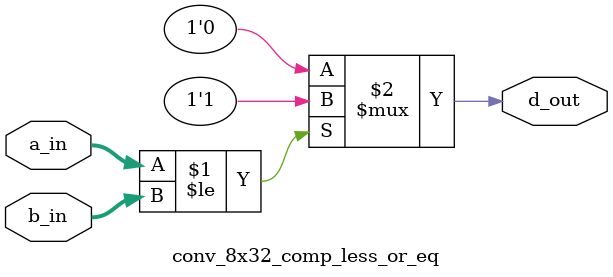
<source format=sv>

/******************************************************************
* Description
*
* LESS OR EQUAL COMP
*
* Author: Juan Antonio Serrano Gomez
* email : antonio.serrano@cinvestav.mx
* Date  :	09/06/2023
******************************************************************/

module conv_8x32_comp_less_or_eq #(
	parameter DATA_WIDTH = 8
	
)(
	input  logic [DATA_WIDTH-1:0] a_in, 
	input  logic [DATA_WIDTH-1:0] b_in, 
	output logic d_out
);

assign d_out = (a_in <= b_in) ? 1'b1 : 1'b0;

endmodule

</source>
